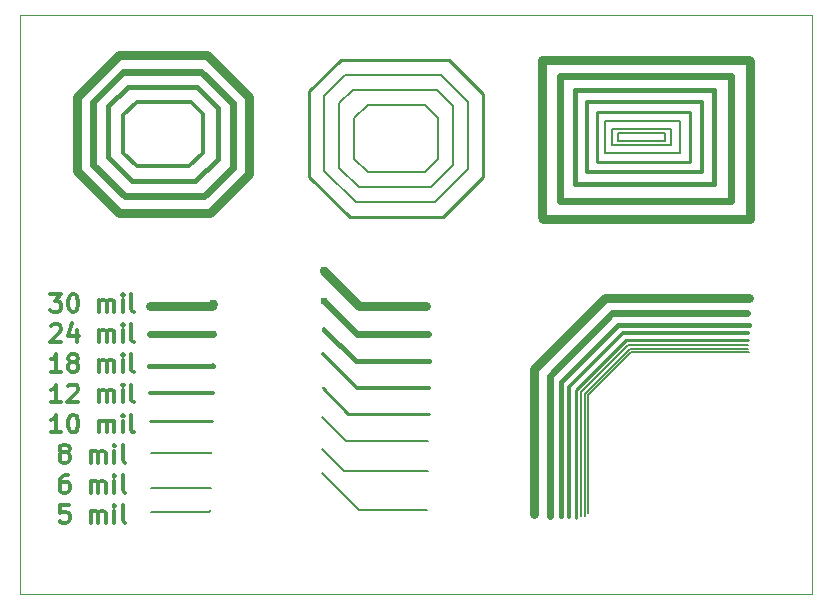
<source format=gbr>
G04 #@! TF.FileFunction,Copper,L1,Top,Signal*
%FSLAX46Y46*%
G04 Gerber Fmt 4.6, Leading zero omitted, Abs format (unit mm)*
G04 Created by KiCad (PCBNEW 4.0.4-stable) date 09/11/16 22:58:55*
%MOMM*%
%LPD*%
G01*
G04 APERTURE LIST*
%ADD10C,0.100000*%
%ADD11C,0.300000*%
%ADD12C,0.127000*%
%ADD13C,0.152400*%
%ADD14C,0.203200*%
%ADD15C,0.254000*%
%ADD16C,0.304800*%
%ADD17C,0.457200*%
%ADD18C,0.609600*%
%ADD19C,0.762000*%
%ADD20C,0.127000*%
%ADD21C,0.152400*%
%ADD22C,0.203200*%
%ADD23C,0.254000*%
%ADD24C,0.304800*%
%ADD25C,0.457200*%
%ADD26C,0.609600*%
%ADD27C,0.762000*%
G04 APERTURE END LIST*
D10*
X0Y0D02*
X0Y49000000D01*
X67000000Y0D02*
X0Y0D01*
X67000000Y49000000D02*
X67000000Y0D01*
X0Y49000000D02*
X67000000Y49000000D01*
D11*
X2534847Y25375189D02*
X3463418Y25375189D01*
X2963418Y24803760D01*
X3177704Y24803760D01*
X3320561Y24732331D01*
X3391990Y24660903D01*
X3463418Y24518046D01*
X3463418Y24160903D01*
X3391990Y24018046D01*
X3320561Y23946617D01*
X3177704Y23875189D01*
X2749132Y23875189D01*
X2606275Y23946617D01*
X2534847Y24018046D01*
X4391989Y25375189D02*
X4534846Y25375189D01*
X4677703Y25303760D01*
X4749132Y25232331D01*
X4820561Y25089474D01*
X4891989Y24803760D01*
X4891989Y24446617D01*
X4820561Y24160903D01*
X4749132Y24018046D01*
X4677703Y23946617D01*
X4534846Y23875189D01*
X4391989Y23875189D01*
X4249132Y23946617D01*
X4177703Y24018046D01*
X4106275Y24160903D01*
X4034846Y24446617D01*
X4034846Y24803760D01*
X4106275Y25089474D01*
X4177703Y25232331D01*
X4249132Y25303760D01*
X4391989Y25375189D01*
X6677703Y23875189D02*
X6677703Y24875189D01*
X6677703Y24732331D02*
X6749131Y24803760D01*
X6891989Y24875189D01*
X7106274Y24875189D01*
X7249131Y24803760D01*
X7320560Y24660903D01*
X7320560Y23875189D01*
X7320560Y24660903D02*
X7391989Y24803760D01*
X7534846Y24875189D01*
X7749131Y24875189D01*
X7891989Y24803760D01*
X7963417Y24660903D01*
X7963417Y23875189D01*
X8677703Y23875189D02*
X8677703Y24875189D01*
X8677703Y25375189D02*
X8606274Y25303760D01*
X8677703Y25232331D01*
X8749131Y25303760D01*
X8677703Y25375189D01*
X8677703Y25232331D01*
X9606275Y23875189D02*
X9463417Y23946617D01*
X9391989Y24089474D01*
X9391989Y25375189D01*
X2606275Y22682331D02*
X2677704Y22753760D01*
X2820561Y22825189D01*
X3177704Y22825189D01*
X3320561Y22753760D01*
X3391990Y22682331D01*
X3463418Y22539474D01*
X3463418Y22396617D01*
X3391990Y22182331D01*
X2534847Y21325189D01*
X3463418Y21325189D01*
X4749132Y22325189D02*
X4749132Y21325189D01*
X4391989Y22896617D02*
X4034846Y21825189D01*
X4963418Y21825189D01*
X6677703Y21325189D02*
X6677703Y22325189D01*
X6677703Y22182331D02*
X6749131Y22253760D01*
X6891989Y22325189D01*
X7106274Y22325189D01*
X7249131Y22253760D01*
X7320560Y22110903D01*
X7320560Y21325189D01*
X7320560Y22110903D02*
X7391989Y22253760D01*
X7534846Y22325189D01*
X7749131Y22325189D01*
X7891989Y22253760D01*
X7963417Y22110903D01*
X7963417Y21325189D01*
X8677703Y21325189D02*
X8677703Y22325189D01*
X8677703Y22825189D02*
X8606274Y22753760D01*
X8677703Y22682331D01*
X8749131Y22753760D01*
X8677703Y22825189D01*
X8677703Y22682331D01*
X9606275Y21325189D02*
X9463417Y21396617D01*
X9391989Y21539474D01*
X9391989Y22825189D01*
X3463418Y18775189D02*
X2606275Y18775189D01*
X3034847Y18775189D02*
X3034847Y20275189D01*
X2891990Y20060903D01*
X2749132Y19918046D01*
X2606275Y19846617D01*
X4320561Y19632331D02*
X4177703Y19703760D01*
X4106275Y19775189D01*
X4034846Y19918046D01*
X4034846Y19989474D01*
X4106275Y20132331D01*
X4177703Y20203760D01*
X4320561Y20275189D01*
X4606275Y20275189D01*
X4749132Y20203760D01*
X4820561Y20132331D01*
X4891989Y19989474D01*
X4891989Y19918046D01*
X4820561Y19775189D01*
X4749132Y19703760D01*
X4606275Y19632331D01*
X4320561Y19632331D01*
X4177703Y19560903D01*
X4106275Y19489474D01*
X4034846Y19346617D01*
X4034846Y19060903D01*
X4106275Y18918046D01*
X4177703Y18846617D01*
X4320561Y18775189D01*
X4606275Y18775189D01*
X4749132Y18846617D01*
X4820561Y18918046D01*
X4891989Y19060903D01*
X4891989Y19346617D01*
X4820561Y19489474D01*
X4749132Y19560903D01*
X4606275Y19632331D01*
X6677703Y18775189D02*
X6677703Y19775189D01*
X6677703Y19632331D02*
X6749131Y19703760D01*
X6891989Y19775189D01*
X7106274Y19775189D01*
X7249131Y19703760D01*
X7320560Y19560903D01*
X7320560Y18775189D01*
X7320560Y19560903D02*
X7391989Y19703760D01*
X7534846Y19775189D01*
X7749131Y19775189D01*
X7891989Y19703760D01*
X7963417Y19560903D01*
X7963417Y18775189D01*
X8677703Y18775189D02*
X8677703Y19775189D01*
X8677703Y20275189D02*
X8606274Y20203760D01*
X8677703Y20132331D01*
X8749131Y20203760D01*
X8677703Y20275189D01*
X8677703Y20132331D01*
X9606275Y18775189D02*
X9463417Y18846617D01*
X9391989Y18989474D01*
X9391989Y20275189D01*
X3463418Y16225189D02*
X2606275Y16225189D01*
X3034847Y16225189D02*
X3034847Y17725189D01*
X2891990Y17510903D01*
X2749132Y17368046D01*
X2606275Y17296617D01*
X4034846Y17582331D02*
X4106275Y17653760D01*
X4249132Y17725189D01*
X4606275Y17725189D01*
X4749132Y17653760D01*
X4820561Y17582331D01*
X4891989Y17439474D01*
X4891989Y17296617D01*
X4820561Y17082331D01*
X3963418Y16225189D01*
X4891989Y16225189D01*
X6677703Y16225189D02*
X6677703Y17225189D01*
X6677703Y17082331D02*
X6749131Y17153760D01*
X6891989Y17225189D01*
X7106274Y17225189D01*
X7249131Y17153760D01*
X7320560Y17010903D01*
X7320560Y16225189D01*
X7320560Y17010903D02*
X7391989Y17153760D01*
X7534846Y17225189D01*
X7749131Y17225189D01*
X7891989Y17153760D01*
X7963417Y17010903D01*
X7963417Y16225189D01*
X8677703Y16225189D02*
X8677703Y17225189D01*
X8677703Y17725189D02*
X8606274Y17653760D01*
X8677703Y17582331D01*
X8749131Y17653760D01*
X8677703Y17725189D01*
X8677703Y17582331D01*
X9606275Y16225189D02*
X9463417Y16296617D01*
X9391989Y16439474D01*
X9391989Y17725189D01*
X3463418Y13675189D02*
X2606275Y13675189D01*
X3034847Y13675189D02*
X3034847Y15175189D01*
X2891990Y14960903D01*
X2749132Y14818046D01*
X2606275Y14746617D01*
X4391989Y15175189D02*
X4534846Y15175189D01*
X4677703Y15103760D01*
X4749132Y15032331D01*
X4820561Y14889474D01*
X4891989Y14603760D01*
X4891989Y14246617D01*
X4820561Y13960903D01*
X4749132Y13818046D01*
X4677703Y13746617D01*
X4534846Y13675189D01*
X4391989Y13675189D01*
X4249132Y13746617D01*
X4177703Y13818046D01*
X4106275Y13960903D01*
X4034846Y14246617D01*
X4034846Y14603760D01*
X4106275Y14889474D01*
X4177703Y15032331D01*
X4249132Y15103760D01*
X4391989Y15175189D01*
X6677703Y13675189D02*
X6677703Y14675189D01*
X6677703Y14532331D02*
X6749131Y14603760D01*
X6891989Y14675189D01*
X7106274Y14675189D01*
X7249131Y14603760D01*
X7320560Y14460903D01*
X7320560Y13675189D01*
X7320560Y14460903D02*
X7391989Y14603760D01*
X7534846Y14675189D01*
X7749131Y14675189D01*
X7891989Y14603760D01*
X7963417Y14460903D01*
X7963417Y13675189D01*
X8677703Y13675189D02*
X8677703Y14675189D01*
X8677703Y15175189D02*
X8606274Y15103760D01*
X8677703Y15032331D01*
X8749131Y15103760D01*
X8677703Y15175189D01*
X8677703Y15032331D01*
X9606275Y13675189D02*
X9463417Y13746617D01*
X9391989Y13889474D01*
X9391989Y15175189D01*
X3606275Y11982331D02*
X3463417Y12053760D01*
X3391989Y12125189D01*
X3320560Y12268046D01*
X3320560Y12339474D01*
X3391989Y12482331D01*
X3463417Y12553760D01*
X3606275Y12625189D01*
X3891989Y12625189D01*
X4034846Y12553760D01*
X4106275Y12482331D01*
X4177703Y12339474D01*
X4177703Y12268046D01*
X4106275Y12125189D01*
X4034846Y12053760D01*
X3891989Y11982331D01*
X3606275Y11982331D01*
X3463417Y11910903D01*
X3391989Y11839474D01*
X3320560Y11696617D01*
X3320560Y11410903D01*
X3391989Y11268046D01*
X3463417Y11196617D01*
X3606275Y11125189D01*
X3891989Y11125189D01*
X4034846Y11196617D01*
X4106275Y11268046D01*
X4177703Y11410903D01*
X4177703Y11696617D01*
X4106275Y11839474D01*
X4034846Y11910903D01*
X3891989Y11982331D01*
X5963417Y11125189D02*
X5963417Y12125189D01*
X5963417Y11982331D02*
X6034845Y12053760D01*
X6177703Y12125189D01*
X6391988Y12125189D01*
X6534845Y12053760D01*
X6606274Y11910903D01*
X6606274Y11125189D01*
X6606274Y11910903D02*
X6677703Y12053760D01*
X6820560Y12125189D01*
X7034845Y12125189D01*
X7177703Y12053760D01*
X7249131Y11910903D01*
X7249131Y11125189D01*
X7963417Y11125189D02*
X7963417Y12125189D01*
X7963417Y12625189D02*
X7891988Y12553760D01*
X7963417Y12482331D01*
X8034845Y12553760D01*
X7963417Y12625189D01*
X7963417Y12482331D01*
X8891989Y11125189D02*
X8749131Y11196617D01*
X8677703Y11339474D01*
X8677703Y12625189D01*
X4034846Y10075189D02*
X3749132Y10075189D01*
X3606275Y10003760D01*
X3534846Y9932331D01*
X3391989Y9718046D01*
X3320560Y9432331D01*
X3320560Y8860903D01*
X3391989Y8718046D01*
X3463417Y8646617D01*
X3606275Y8575189D01*
X3891989Y8575189D01*
X4034846Y8646617D01*
X4106275Y8718046D01*
X4177703Y8860903D01*
X4177703Y9218046D01*
X4106275Y9360903D01*
X4034846Y9432331D01*
X3891989Y9503760D01*
X3606275Y9503760D01*
X3463417Y9432331D01*
X3391989Y9360903D01*
X3320560Y9218046D01*
X5963417Y8575189D02*
X5963417Y9575189D01*
X5963417Y9432331D02*
X6034845Y9503760D01*
X6177703Y9575189D01*
X6391988Y9575189D01*
X6534845Y9503760D01*
X6606274Y9360903D01*
X6606274Y8575189D01*
X6606274Y9360903D02*
X6677703Y9503760D01*
X6820560Y9575189D01*
X7034845Y9575189D01*
X7177703Y9503760D01*
X7249131Y9360903D01*
X7249131Y8575189D01*
X7963417Y8575189D02*
X7963417Y9575189D01*
X7963417Y10075189D02*
X7891988Y10003760D01*
X7963417Y9932331D01*
X8034845Y10003760D01*
X7963417Y10075189D01*
X7963417Y9932331D01*
X8891989Y8575189D02*
X8749131Y8646617D01*
X8677703Y8789474D01*
X8677703Y10075189D01*
X4106275Y7525189D02*
X3391989Y7525189D01*
X3320560Y6810903D01*
X3391989Y6882331D01*
X3534846Y6953760D01*
X3891989Y6953760D01*
X4034846Y6882331D01*
X4106275Y6810903D01*
X4177703Y6668046D01*
X4177703Y6310903D01*
X4106275Y6168046D01*
X4034846Y6096617D01*
X3891989Y6025189D01*
X3534846Y6025189D01*
X3391989Y6096617D01*
X3320560Y6168046D01*
X5963417Y6025189D02*
X5963417Y7025189D01*
X5963417Y6882331D02*
X6034845Y6953760D01*
X6177703Y7025189D01*
X6391988Y7025189D01*
X6534845Y6953760D01*
X6606274Y6810903D01*
X6606274Y6025189D01*
X6606274Y6810903D02*
X6677703Y6953760D01*
X6820560Y7025189D01*
X7034845Y7025189D01*
X7177703Y6953760D01*
X7249131Y6810903D01*
X7249131Y6025189D01*
X7963417Y6025189D02*
X7963417Y7025189D01*
X7963417Y7525189D02*
X7891988Y7453760D01*
X7963417Y7382331D01*
X8034845Y7453760D01*
X7963417Y7525189D01*
X7963417Y7382331D01*
X8891989Y6025189D02*
X8749131Y6096617D01*
X8677703Y6239474D01*
X8677703Y7525189D01*
D12*
X25521880Y10264280D03*
X16123880Y7089280D03*
D13*
X25521880Y12296280D03*
X16123880Y8994280D03*
D14*
X25593000Y14882000D03*
X16123880Y11915280D03*
D15*
X25593000Y17422000D03*
X16195000Y14628000D03*
D16*
X25593000Y20343000D03*
X16322000Y17041000D03*
D17*
X25720000Y22375000D03*
X16322000Y19327000D03*
D18*
X25720000Y24788000D03*
X16322000Y21994000D03*
D19*
X25720000Y27328000D03*
X16322000Y24534000D03*
D20*
X48041520Y6809880D02*
X48041520Y16817480D01*
X51729600Y20505560D02*
X61701640Y20505560D01*
X48041520Y16817480D02*
X51729600Y20505560D01*
D21*
X47772280Y6616840D02*
X47772280Y16949560D01*
X51592440Y20769720D02*
X61615280Y20769720D01*
X47772280Y16949560D02*
X51592440Y20769720D01*
D22*
X47442080Y6637160D02*
X47442080Y17096880D01*
X51445120Y21099920D02*
X61620360Y21099920D01*
X47442080Y17096880D02*
X51445120Y21099920D01*
D23*
X47010280Y6439040D02*
X47010280Y17264520D01*
X47010280Y17264520D02*
X51277480Y21531720D01*
X51277480Y21531720D02*
X61584800Y21531720D01*
D24*
X46476880Y6500000D02*
X46476880Y17533760D01*
X46476880Y17533760D02*
X51008240Y22065120D01*
X51008240Y22065120D02*
X61569560Y22065120D01*
D25*
X45791080Y6627000D02*
X45791080Y17909680D01*
X45791080Y17909680D02*
X50632320Y22750920D01*
X50632320Y22750920D02*
X61655920Y22750920D01*
D26*
X44800480Y6621920D02*
X44800480Y18458320D01*
X44800480Y18458320D02*
X50083680Y23741520D01*
X50083680Y23741520D02*
X61539080Y23741520D01*
D27*
X43500000Y6754000D02*
X43500000Y19073000D01*
X49469000Y25042000D02*
X61661000Y25042000D01*
X43500000Y19073000D02*
X49469000Y25042000D01*
D20*
X50612000Y39012000D02*
X50612000Y38377000D01*
X54549000Y39012000D02*
X50612000Y39012000D01*
X54549000Y38377000D02*
X54549000Y39012000D01*
X54549000Y38377000D02*
X54549000Y38377000D01*
X50612000Y38377000D02*
X54549000Y38377000D01*
X50612000Y38377000D02*
X50612000Y38377000D01*
D21*
X50104000Y39393000D02*
X50104000Y37996000D01*
X55057000Y39393000D02*
X50104000Y39393000D01*
X55057000Y39393000D02*
X55057000Y39393000D01*
X55057000Y37996000D02*
X55057000Y39393000D01*
X55057000Y37996000D02*
X55057000Y37996000D01*
X50104000Y37996000D02*
X55057000Y37996000D01*
X50104000Y37996000D02*
X50104000Y37996000D01*
D22*
X49469000Y40028000D02*
X49469000Y37361000D01*
X55819000Y40028000D02*
X49469000Y40028000D01*
X55819000Y40028000D02*
X55819000Y40028000D01*
X55819000Y37361000D02*
X55819000Y40028000D01*
X55819000Y37361000D02*
X55819000Y37361000D01*
X49469000Y37361000D02*
X55819000Y37361000D01*
X49469000Y37361000D02*
X49469000Y37361000D01*
D23*
X48834000Y40790000D02*
X48834000Y36599000D01*
X56708000Y40790000D02*
X48834000Y40790000D01*
X56708000Y40790000D02*
X56708000Y40790000D01*
X56708000Y36599000D02*
X56708000Y40790000D01*
X56708000Y36599000D02*
X56708000Y36599000D01*
X48834000Y36599000D02*
X56708000Y36599000D01*
X48834000Y36599000D02*
X48834000Y36599000D01*
D24*
X47945000Y41679000D02*
X47945000Y35710000D01*
X57724000Y41679000D02*
X47945000Y41679000D01*
X57724000Y41679000D02*
X57724000Y41679000D01*
X57724000Y35710000D02*
X57724000Y41679000D01*
X57724000Y35710000D02*
X57724000Y35710000D01*
X47945000Y35710000D02*
X57724000Y35710000D01*
X47945000Y35710000D02*
X47945000Y35710000D01*
D25*
X46929000Y42695000D02*
X46929000Y34694000D01*
X58740000Y42695000D02*
X46929000Y42695000D01*
X58740000Y42695000D02*
X58740000Y42695000D01*
X58740000Y34694000D02*
X58740000Y42695000D01*
X58740000Y34694000D02*
X58740000Y34694000D01*
X46929000Y34694000D02*
X58740000Y34694000D01*
X46929000Y34694000D02*
X46929000Y34694000D01*
D26*
X45659000Y43838000D02*
X45659000Y33297000D01*
X60137000Y43838000D02*
X45659000Y43838000D01*
X60137000Y43838000D02*
X60137000Y43838000D01*
X60137000Y33297000D02*
X60137000Y43838000D01*
X60137000Y33297000D02*
X60137000Y33297000D01*
X45659000Y33297000D02*
X60137000Y33297000D01*
X45659000Y33297000D02*
X45659000Y33297000D01*
D27*
X44135000Y45235000D02*
X44135000Y31900000D01*
X61661000Y45235000D02*
X44135000Y45235000D01*
X61788000Y45108000D02*
X61661000Y45235000D01*
X61788000Y31773000D02*
X61788000Y45108000D01*
X61788000Y31773000D02*
X61788000Y31773000D01*
X44262000Y31773000D02*
X61788000Y31773000D01*
X44135000Y31900000D02*
X44262000Y31773000D01*
D20*
X11043880Y6962280D02*
X15996880Y6962280D01*
X28696880Y7089280D02*
X34411880Y7089280D01*
X25521880Y10264280D02*
X28696880Y7089280D01*
X15996880Y6962280D02*
X16123880Y7089280D01*
D21*
X11043880Y8994280D02*
X16123880Y8994280D01*
X27426880Y10391280D02*
X34538880Y10391280D01*
X25521880Y12296280D02*
X27426880Y10391280D01*
D22*
X11043880Y11915280D02*
X16123880Y11915280D01*
X27553880Y12931280D02*
X34538880Y12931280D01*
X25521880Y14963280D02*
X27553880Y12931280D01*
D23*
X10988000Y14628000D02*
X16195000Y14628000D01*
X27752000Y15263000D02*
X34610000Y15263000D01*
X25593000Y17422000D02*
X27752000Y15263000D01*
D24*
X10988000Y17041000D02*
X16322000Y17041000D01*
X28514000Y17422000D02*
X34610000Y17422000D01*
X25593000Y20343000D02*
X28514000Y17422000D01*
D25*
X10861000Y19327000D02*
X16322000Y19327000D01*
X28387000Y19708000D02*
X34610000Y19708000D01*
X25720000Y22375000D02*
X28387000Y19708000D01*
D26*
X10988000Y21994000D02*
X16322000Y21994000D01*
X28514000Y21994000D02*
X34483000Y21994000D01*
X25720000Y24788000D02*
X28514000Y21994000D01*
D27*
X28641000Y24407000D02*
X34356000Y24407000D01*
X25720000Y27328000D02*
X28641000Y24407000D01*
X16195000Y24407000D02*
X16322000Y24534000D01*
X10988000Y24407000D02*
X16195000Y24407000D01*
D20*
X28260000Y40282000D02*
X28260000Y36853000D01*
X29403000Y41425000D02*
X28260000Y40282000D01*
X34229000Y41425000D02*
X29403000Y41425000D01*
X35372000Y40282000D02*
X34229000Y41425000D01*
X35372000Y36853000D02*
X35372000Y40282000D01*
X34229000Y35710000D02*
X35372000Y36853000D01*
X29403000Y35710000D02*
X34229000Y35710000D01*
X28260000Y36853000D02*
X29403000Y35710000D01*
D21*
X26990000Y41552000D02*
X26990000Y36091000D01*
X28133000Y42695000D02*
X26990000Y41552000D01*
X35245000Y42695000D02*
X28133000Y42695000D01*
X36642000Y41298000D02*
X35245000Y42695000D01*
X36642000Y36345000D02*
X36642000Y41298000D01*
X34737000Y34440000D02*
X36642000Y36345000D01*
X28641000Y34440000D02*
X34737000Y34440000D01*
X26990000Y36091000D02*
X28641000Y34440000D01*
D22*
X25720000Y42187000D02*
X25720000Y35837000D01*
X27498000Y43965000D02*
X25720000Y42187000D01*
X35626000Y43965000D02*
X27498000Y43965000D01*
X37912000Y41679000D02*
X35626000Y43965000D01*
X37912000Y35964000D02*
X37912000Y41679000D01*
X35118000Y33170000D02*
X37912000Y35964000D01*
X28387000Y33170000D02*
X35118000Y33170000D01*
X25720000Y35837000D02*
X28387000Y33170000D01*
D23*
X27879000Y31900000D02*
X35753000Y31900000D01*
X24450000Y35329000D02*
X27879000Y31900000D01*
X24450000Y42568000D02*
X24450000Y35329000D01*
X27117000Y45235000D02*
X24450000Y42568000D01*
X36261000Y45235000D02*
X27117000Y45235000D01*
X39182000Y42314000D02*
X36261000Y45235000D01*
X39182000Y35329000D02*
X39182000Y42314000D01*
X35753000Y31900000D02*
X39182000Y35329000D01*
D24*
X9845000Y36218000D02*
X14290000Y36218000D01*
X8702000Y37361000D02*
X9845000Y36218000D01*
X8702000Y40536000D02*
X8702000Y37361000D01*
X9845000Y41679000D02*
X8702000Y40536000D01*
X14417000Y41679000D02*
X9845000Y41679000D01*
X15433000Y40663000D02*
X14417000Y41679000D01*
X15433000Y37361000D02*
X15433000Y40663000D01*
X14290000Y36218000D02*
X15433000Y37361000D01*
D25*
X7432000Y41298000D02*
X7432000Y36980000D01*
X7432000Y36980000D02*
X9464000Y34948000D01*
X9464000Y34948000D02*
X14798000Y34948000D01*
X14798000Y34948000D02*
X16703000Y36853000D01*
X16703000Y36853000D02*
X16703000Y41171000D01*
X16703000Y41171000D02*
X14925000Y42949000D01*
X14925000Y42949000D02*
X9083000Y42949000D01*
X9083000Y42949000D02*
X7432000Y41298000D01*
D26*
X6162000Y41679000D02*
X6162000Y36345000D01*
X6162000Y36345000D02*
X8829000Y33678000D01*
X8829000Y33678000D02*
X15560000Y33678000D01*
X15560000Y33678000D02*
X17973000Y36091000D01*
X17973000Y36091000D02*
X17973000Y41552000D01*
X17973000Y41552000D02*
X15306000Y44219000D01*
X15306000Y44219000D02*
X8702000Y44219000D01*
X8702000Y44219000D02*
X6162000Y41679000D01*
D27*
X4765000Y35837000D02*
X4765000Y42060000D01*
X4765000Y42060000D02*
X8321000Y45616000D01*
X8321000Y45616000D02*
X15814000Y45616000D01*
X15814000Y45616000D02*
X19370000Y42060000D01*
X19370000Y42060000D02*
X19370000Y35583000D01*
X19370000Y35583000D02*
X16068000Y32281000D01*
X16068000Y32281000D02*
X8321000Y32281000D01*
X8321000Y32281000D02*
X4765000Y35837000D01*
M02*

</source>
